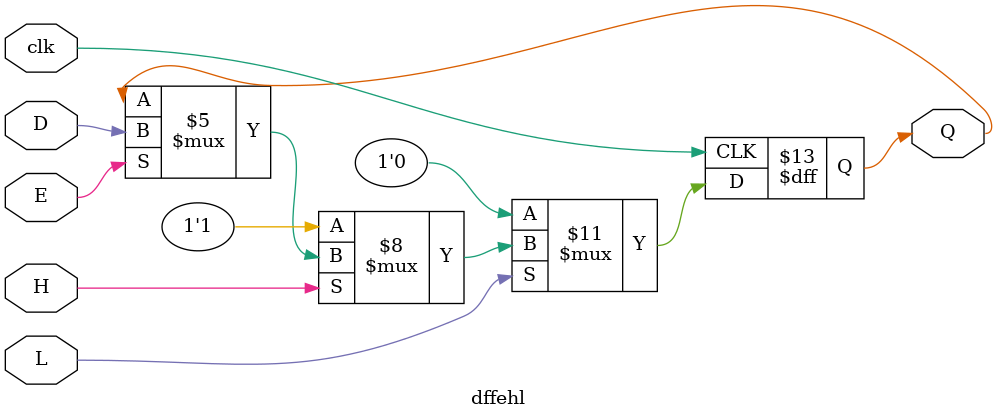
<source format=v>
module dffehl(D,clk,E,H,L,Q);
input D;      
input clk;   
input E;     
input H;      
input L;      
output reg Q;     

always @(posedge clk) 

begin
	if (L == 1'b0) begin // sync. reset active low
            Q <= 1'b0;
	end 
	else if (H == 1'b0) begin // sync. set active low
            Q <= 1'b1;
	end
	else if (E == 1'b1) begin
            Q <= D; 
        end
end 

endmodule 

</source>
